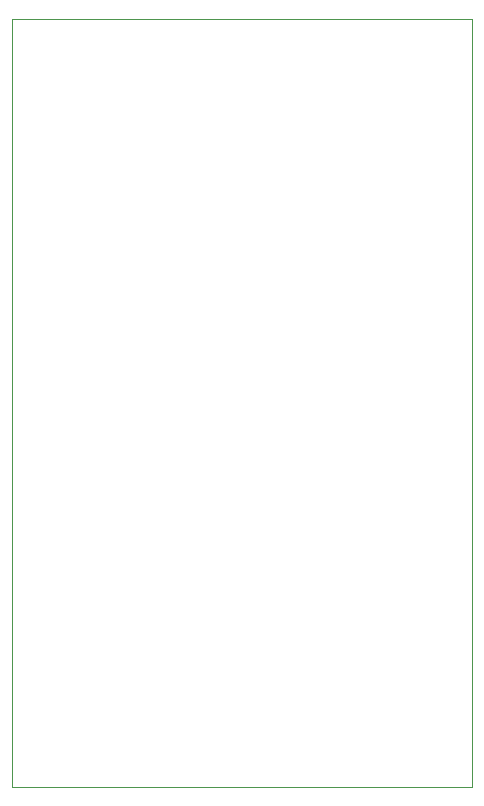
<source format=gko>
%FSLAX46Y46*%
%MOMM*%
%ADD10C,0.010000*%
G01*
%LPD*%
G01*
%LPD*%
D10*
X0Y-65000000D02*
X0Y0D01*
D10*
X0Y0D02*
X39000000Y0D01*
D10*
X39000000Y0D02*
X39000000Y-65000000D01*
D10*
X39000000Y-65000000D02*
X0Y-65000000D01*
G75*
M02*

</source>
